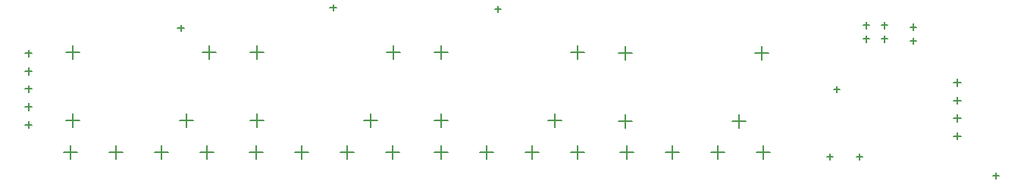
<source format=gbr>
G04*
G04 #@! TF.GenerationSoftware,Altium Limited,Altium Designer,23.0.1 (38)*
G04*
G04 Layer_Color=128*
%FSLAX25Y25*%
%MOIN*%
G70*
G04*
G04 #@! TF.SameCoordinates,3E06254A-0F58-42D6-91FB-0DF0C2053515*
G04*
G04*
G04 #@! TF.FilePolarity,Positive*
G04*
G01*
G75*
%ADD13C,0.00500*%
D13*
X606480Y440980D02*
X612480D01*
X609480Y437980D02*
Y443980D01*
X666520Y441020D02*
X672520D01*
X669520Y438020D02*
Y444020D01*
X646487Y440986D02*
X652487D01*
X649486Y437987D02*
Y443987D01*
X626480Y440980D02*
X632480D01*
X629480Y437980D02*
Y443980D01*
X606047Y484500D02*
X611953D01*
X609000Y481547D02*
Y487453D01*
X666047Y484500D02*
X671953D01*
X669000Y481547D02*
Y487453D01*
X656047Y454500D02*
X661953D01*
X659000Y451547D02*
Y457453D01*
X606047Y454500D02*
X611953D01*
X609000Y451547D02*
Y457453D01*
X363047Y455000D02*
X368953D01*
X366000Y452047D02*
Y457953D01*
X413047Y455000D02*
X418953D01*
X416000Y452047D02*
Y457953D01*
X423047Y485000D02*
X428953D01*
X426000Y482047D02*
Y487953D01*
X363047Y485000D02*
X368953D01*
X366000Y482047D02*
Y487953D01*
X361961Y440961D02*
X367961D01*
X364961Y437961D02*
Y443961D01*
X422000Y441000D02*
X428000D01*
X425000Y438000D02*
Y444000D01*
X401967Y440967D02*
X407967D01*
X404967Y437967D02*
Y443967D01*
X381961Y440961D02*
X387961D01*
X384961Y437961D02*
Y443961D01*
X524994Y440994D02*
X530994D01*
X527994Y437994D02*
Y443994D01*
X585033Y441033D02*
X591033D01*
X588033Y438033D02*
Y444033D01*
X565000Y441000D02*
X571000D01*
X568000Y438000D02*
Y444000D01*
X544994Y440994D02*
X550994D01*
X547994Y437994D02*
Y443994D01*
X444047Y485000D02*
X449953D01*
X447000Y482047D02*
Y487953D01*
X504047Y485000D02*
X509953D01*
X507000Y482047D02*
Y487953D01*
X494047Y455000D02*
X499953D01*
X497000Y452047D02*
Y457953D01*
X444047Y455000D02*
X449953D01*
X447000Y452047D02*
Y457953D01*
X525047Y485000D02*
X530953D01*
X528000Y482047D02*
Y487953D01*
X585047Y485000D02*
X590953D01*
X588000Y482047D02*
Y487953D01*
X575047Y455000D02*
X580953D01*
X578000Y452047D02*
Y457953D01*
X525047Y455000D02*
X530953D01*
X528000Y452047D02*
Y457953D01*
X753425Y448000D02*
X756575D01*
X755000Y446425D02*
Y449575D01*
X753425Y455874D02*
X756575D01*
X755000Y454299D02*
Y457449D01*
X753425Y463748D02*
X756575D01*
X755000Y462173D02*
Y465323D01*
X753425Y471622D02*
X756575D01*
X755000Y470047D02*
Y473197D01*
X344925Y453004D02*
X348075D01*
X346500Y451429D02*
Y454579D01*
X344925Y460878D02*
X348075D01*
X346500Y459303D02*
Y462453D01*
X344925Y468752D02*
X348075D01*
X346500Y467177D02*
Y470327D01*
X344925Y476626D02*
X348075D01*
X346500Y475051D02*
Y478201D01*
X344925Y484500D02*
X348075D01*
X346500Y482925D02*
Y486075D01*
X463494Y440994D02*
X469494D01*
X466494Y437994D02*
Y443994D01*
X483500Y441000D02*
X489500D01*
X486500Y438000D02*
Y444000D01*
X503533Y441033D02*
X509533D01*
X506533Y438033D02*
Y444033D01*
X443494Y440994D02*
X449494D01*
X446494Y437994D02*
Y443994D01*
X412100Y495500D02*
X414900D01*
X413500Y494100D02*
Y496900D01*
X700600Y468500D02*
X703400D01*
X702000Y467100D02*
Y469900D01*
X770600Y430500D02*
X773400D01*
X772000Y429100D02*
Y431900D01*
X721640Y490750D02*
X724440D01*
X723040Y489350D02*
Y492150D01*
X713600Y496750D02*
X716400D01*
X715000Y495350D02*
Y498150D01*
X713639Y490750D02*
X716439D01*
X715039Y489350D02*
Y492150D01*
X721600Y496750D02*
X724400D01*
X723000Y495350D02*
Y498150D01*
X479100Y504500D02*
X481900D01*
X480500Y503100D02*
Y505900D01*
X551600Y504000D02*
X554400D01*
X553000Y502600D02*
Y505400D01*
X697600Y439000D02*
X700400D01*
X699000Y437600D02*
Y440400D01*
X734202Y489963D02*
X737002D01*
X735602Y488563D02*
Y491363D01*
X734263Y496075D02*
X737063D01*
X735663Y494675D02*
Y497475D01*
X710600Y439000D02*
X713400D01*
X712000Y437600D02*
Y440400D01*
M02*

</source>
